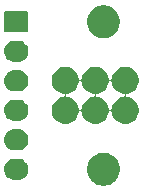
<source format=gbs>
G04 #@! TF.GenerationSoftware,KiCad,Pcbnew,(5.1.4)-1*
G04 #@! TF.CreationDate,2019-12-18T15:45:31+05:30*
G04 #@! TF.ProjectId,pogo connector pcb,706f676f-2063-46f6-9e6e-6563746f7220,rev?*
G04 #@! TF.SameCoordinates,Original*
G04 #@! TF.FileFunction,Soldermask,Bot*
G04 #@! TF.FilePolarity,Negative*
%FSLAX46Y46*%
G04 Gerber Fmt 4.6, Leading zero omitted, Abs format (unit mm)*
G04 Created by KiCad (PCBNEW (5.1.4)-1) date 2019-12-18 15:45:31*
%MOMM*%
%LPD*%
G04 APERTURE LIST*
%ADD10C,0.100000*%
G04 APERTURE END LIST*
D10*
G36*
X18168433Y-21934893D02*
G01*
X18258657Y-21952839D01*
X18364267Y-21996585D01*
X18513621Y-22058449D01*
X18513622Y-22058450D01*
X18743086Y-22211772D01*
X18938228Y-22406914D01*
X18976075Y-22463557D01*
X19091551Y-22636379D01*
X19197161Y-22891344D01*
X19251000Y-23162012D01*
X19251000Y-23437988D01*
X19197161Y-23708656D01*
X19091551Y-23963621D01*
X19091550Y-23963622D01*
X18938228Y-24193086D01*
X18743086Y-24388228D01*
X18589763Y-24490675D01*
X18513621Y-24541551D01*
X18364267Y-24603415D01*
X18258657Y-24647161D01*
X18168433Y-24665107D01*
X17987988Y-24701000D01*
X17712012Y-24701000D01*
X17531567Y-24665107D01*
X17441343Y-24647161D01*
X17335733Y-24603415D01*
X17186379Y-24541551D01*
X17110237Y-24490675D01*
X16956914Y-24388228D01*
X16761772Y-24193086D01*
X16608450Y-23963622D01*
X16608449Y-23963621D01*
X16502839Y-23708656D01*
X16449000Y-23437988D01*
X16449000Y-23162012D01*
X16502839Y-22891344D01*
X16608449Y-22636379D01*
X16723925Y-22463557D01*
X16761772Y-22406914D01*
X16956914Y-22211772D01*
X17186378Y-22058450D01*
X17186379Y-22058449D01*
X17335733Y-21996585D01*
X17441343Y-21952839D01*
X17531567Y-21934893D01*
X17712012Y-21899000D01*
X17987988Y-21899000D01*
X18168433Y-21934893D01*
X18168433Y-21934893D01*
G37*
G36*
X10685442Y-22405518D02*
G01*
X10751627Y-22412037D01*
X10921466Y-22463557D01*
X11077991Y-22547222D01*
X11113729Y-22576552D01*
X11215186Y-22659814D01*
X11298448Y-22761271D01*
X11327778Y-22797009D01*
X11327779Y-22797011D01*
X11378202Y-22891344D01*
X11411443Y-22953534D01*
X11462963Y-23123373D01*
X11480359Y-23300000D01*
X11462963Y-23476627D01*
X11411443Y-23646466D01*
X11411442Y-23646468D01*
X11378201Y-23708657D01*
X11327778Y-23802991D01*
X11298448Y-23838729D01*
X11215186Y-23940186D01*
X11113729Y-24023448D01*
X11077991Y-24052778D01*
X10921466Y-24136443D01*
X10751627Y-24187963D01*
X10699611Y-24193086D01*
X10619260Y-24201000D01*
X10280740Y-24201000D01*
X10200389Y-24193086D01*
X10148373Y-24187963D01*
X9978534Y-24136443D01*
X9822009Y-24052778D01*
X9786271Y-24023448D01*
X9684814Y-23940186D01*
X9601552Y-23838729D01*
X9572222Y-23802991D01*
X9521799Y-23708657D01*
X9488558Y-23646468D01*
X9488557Y-23646466D01*
X9437037Y-23476627D01*
X9419641Y-23300000D01*
X9437037Y-23123373D01*
X9488557Y-22953534D01*
X9521799Y-22891344D01*
X9572221Y-22797011D01*
X9572222Y-22797009D01*
X9601552Y-22761271D01*
X9684814Y-22659814D01*
X9786271Y-22576552D01*
X9822009Y-22547222D01*
X9978534Y-22463557D01*
X10148373Y-22412037D01*
X10214558Y-22405518D01*
X10280740Y-22399000D01*
X10619260Y-22399000D01*
X10685442Y-22405518D01*
X10685442Y-22405518D01*
G37*
G36*
X10685442Y-19905518D02*
G01*
X10751627Y-19912037D01*
X10921466Y-19963557D01*
X11077991Y-20047222D01*
X11113729Y-20076552D01*
X11215186Y-20159814D01*
X11298448Y-20261271D01*
X11327778Y-20297009D01*
X11411443Y-20453534D01*
X11462963Y-20623373D01*
X11480359Y-20800000D01*
X11462963Y-20976627D01*
X11411443Y-21146466D01*
X11327778Y-21302991D01*
X11298448Y-21338729D01*
X11215186Y-21440186D01*
X11113729Y-21523448D01*
X11077991Y-21552778D01*
X10921466Y-21636443D01*
X10751627Y-21687963D01*
X10685443Y-21694481D01*
X10619260Y-21701000D01*
X10280740Y-21701000D01*
X10214557Y-21694481D01*
X10148373Y-21687963D01*
X9978534Y-21636443D01*
X9822009Y-21552778D01*
X9786271Y-21523448D01*
X9684814Y-21440186D01*
X9601552Y-21338729D01*
X9572222Y-21302991D01*
X9488557Y-21146466D01*
X9437037Y-20976627D01*
X9419641Y-20800000D01*
X9437037Y-20623373D01*
X9488557Y-20453534D01*
X9572222Y-20297009D01*
X9601552Y-20261271D01*
X9684814Y-20159814D01*
X9786271Y-20076552D01*
X9822009Y-20047222D01*
X9978534Y-19963557D01*
X10148373Y-19912037D01*
X10214558Y-19905518D01*
X10280740Y-19899000D01*
X10619260Y-19899000D01*
X10685442Y-19905518D01*
X10685442Y-19905518D01*
G37*
G36*
X14824549Y-14631116D02*
G01*
X14935734Y-14653232D01*
X15145203Y-14739997D01*
X15333720Y-14865960D01*
X15494040Y-15026280D01*
X15583265Y-15159815D01*
X15620004Y-15214799D01*
X15706768Y-15424267D01*
X15747403Y-15628552D01*
X15754516Y-15652001D01*
X15766067Y-15673612D01*
X15781612Y-15692554D01*
X15800554Y-15708099D01*
X15822165Y-15719650D01*
X15845614Y-15726763D01*
X15870000Y-15729165D01*
X15894386Y-15726763D01*
X15917835Y-15719650D01*
X15939446Y-15708099D01*
X15958388Y-15692554D01*
X15973933Y-15673612D01*
X15985484Y-15652001D01*
X15992597Y-15628552D01*
X16033232Y-15424267D01*
X16119996Y-15214799D01*
X16156735Y-15159815D01*
X16245960Y-15026280D01*
X16406280Y-14865960D01*
X16594797Y-14739997D01*
X16804266Y-14653232D01*
X16915451Y-14631116D01*
X17026635Y-14609000D01*
X17253365Y-14609000D01*
X17364549Y-14631116D01*
X17475734Y-14653232D01*
X17685203Y-14739997D01*
X17873720Y-14865960D01*
X18034040Y-15026280D01*
X18123265Y-15159815D01*
X18160004Y-15214799D01*
X18246768Y-15424267D01*
X18287403Y-15628552D01*
X18294516Y-15652001D01*
X18306067Y-15673612D01*
X18321612Y-15692554D01*
X18340554Y-15708099D01*
X18362165Y-15719650D01*
X18385614Y-15726763D01*
X18410000Y-15729165D01*
X18434386Y-15726763D01*
X18457835Y-15719650D01*
X18479446Y-15708099D01*
X18498388Y-15692554D01*
X18513933Y-15673612D01*
X18525484Y-15652001D01*
X18532597Y-15628552D01*
X18573232Y-15424267D01*
X18659996Y-15214799D01*
X18696735Y-15159815D01*
X18785960Y-15026280D01*
X18946280Y-14865960D01*
X19134797Y-14739997D01*
X19344266Y-14653232D01*
X19455451Y-14631116D01*
X19566635Y-14609000D01*
X19793365Y-14609000D01*
X19904549Y-14631116D01*
X20015734Y-14653232D01*
X20225203Y-14739997D01*
X20413720Y-14865960D01*
X20574040Y-15026280D01*
X20700003Y-15214797D01*
X20786768Y-15424266D01*
X20831000Y-15646636D01*
X20831000Y-15873364D01*
X20786768Y-16095734D01*
X20700003Y-16305203D01*
X20574040Y-16493720D01*
X20413720Y-16654040D01*
X20225203Y-16780003D01*
X20015734Y-16866768D01*
X19888161Y-16892144D01*
X19811448Y-16907403D01*
X19787999Y-16914516D01*
X19766388Y-16926067D01*
X19747446Y-16941612D01*
X19731901Y-16960554D01*
X19720350Y-16982165D01*
X19713237Y-17005614D01*
X19710835Y-17030000D01*
X19713237Y-17054386D01*
X19720350Y-17077835D01*
X19731901Y-17099446D01*
X19747446Y-17118388D01*
X19766388Y-17133933D01*
X19787999Y-17145484D01*
X19811448Y-17152597D01*
X19888161Y-17167856D01*
X20015734Y-17193232D01*
X20225203Y-17279997D01*
X20413720Y-17405960D01*
X20574040Y-17566280D01*
X20700003Y-17754797D01*
X20786768Y-17964266D01*
X20831000Y-18186636D01*
X20831000Y-18413364D01*
X20786768Y-18635734D01*
X20700003Y-18845203D01*
X20574040Y-19033720D01*
X20413720Y-19194040D01*
X20225203Y-19320003D01*
X20015734Y-19406768D01*
X19904549Y-19428884D01*
X19793365Y-19451000D01*
X19566635Y-19451000D01*
X19455451Y-19428884D01*
X19344266Y-19406768D01*
X19134797Y-19320003D01*
X18946280Y-19194040D01*
X18785960Y-19033720D01*
X18659997Y-18845203D01*
X18573232Y-18635734D01*
X18532597Y-18431448D01*
X18525484Y-18407999D01*
X18513933Y-18386388D01*
X18498388Y-18367446D01*
X18479446Y-18351901D01*
X18457835Y-18340350D01*
X18434386Y-18333237D01*
X18410000Y-18330835D01*
X18385614Y-18333237D01*
X18362165Y-18340350D01*
X18340554Y-18351901D01*
X18321612Y-18367446D01*
X18306067Y-18386388D01*
X18294516Y-18407999D01*
X18287403Y-18431448D01*
X18246768Y-18635734D01*
X18160003Y-18845203D01*
X18034040Y-19033720D01*
X17873720Y-19194040D01*
X17685203Y-19320003D01*
X17475734Y-19406768D01*
X17364549Y-19428884D01*
X17253365Y-19451000D01*
X17026635Y-19451000D01*
X16915451Y-19428884D01*
X16804266Y-19406768D01*
X16594797Y-19320003D01*
X16406280Y-19194040D01*
X16245960Y-19033720D01*
X16119997Y-18845203D01*
X16033232Y-18635734D01*
X15992597Y-18431448D01*
X15985484Y-18407999D01*
X15973933Y-18386388D01*
X15958388Y-18367446D01*
X15939446Y-18351901D01*
X15917835Y-18340350D01*
X15894386Y-18333237D01*
X15870000Y-18330835D01*
X15845614Y-18333237D01*
X15822165Y-18340350D01*
X15800554Y-18351901D01*
X15781612Y-18367446D01*
X15766067Y-18386388D01*
X15754516Y-18407999D01*
X15747403Y-18431448D01*
X15706768Y-18635734D01*
X15620003Y-18845203D01*
X15494040Y-19033720D01*
X15333720Y-19194040D01*
X15145203Y-19320003D01*
X14935734Y-19406768D01*
X14824549Y-19428884D01*
X14713365Y-19451000D01*
X14486635Y-19451000D01*
X14375451Y-19428884D01*
X14264266Y-19406768D01*
X14054797Y-19320003D01*
X13866280Y-19194040D01*
X13705960Y-19033720D01*
X13579997Y-18845203D01*
X13493232Y-18635734D01*
X13449000Y-18413364D01*
X13449000Y-18186636D01*
X13493232Y-17964266D01*
X13579997Y-17754797D01*
X13705960Y-17566280D01*
X13866280Y-17405960D01*
X14054797Y-17279997D01*
X14264266Y-17193232D01*
X14391839Y-17167856D01*
X14468552Y-17152597D01*
X14492001Y-17145484D01*
X14513612Y-17133933D01*
X14532554Y-17118388D01*
X14548099Y-17099446D01*
X14559650Y-17077835D01*
X14566763Y-17054386D01*
X14569165Y-17030000D01*
X14630835Y-17030000D01*
X14633237Y-17054386D01*
X14640350Y-17077835D01*
X14651901Y-17099446D01*
X14667446Y-17118388D01*
X14686388Y-17133933D01*
X14707999Y-17145484D01*
X14731448Y-17152597D01*
X14808161Y-17167856D01*
X14935734Y-17193232D01*
X15145203Y-17279997D01*
X15333720Y-17405960D01*
X15494040Y-17566280D01*
X15620003Y-17754797D01*
X15702323Y-17953534D01*
X15706768Y-17964267D01*
X15747403Y-18168552D01*
X15754516Y-18192001D01*
X15766067Y-18213612D01*
X15781612Y-18232554D01*
X15800554Y-18248099D01*
X15822165Y-18259650D01*
X15845614Y-18266763D01*
X15870000Y-18269165D01*
X15894386Y-18266763D01*
X15917835Y-18259650D01*
X15939446Y-18248099D01*
X15958388Y-18232554D01*
X15973933Y-18213612D01*
X15985484Y-18192001D01*
X15992597Y-18168552D01*
X16033232Y-17964267D01*
X16037678Y-17953534D01*
X16119997Y-17754797D01*
X16245960Y-17566280D01*
X16406280Y-17405960D01*
X16594797Y-17279997D01*
X16804266Y-17193232D01*
X16931839Y-17167856D01*
X17008552Y-17152597D01*
X17032001Y-17145484D01*
X17053612Y-17133933D01*
X17072554Y-17118388D01*
X17088099Y-17099446D01*
X17099650Y-17077835D01*
X17106763Y-17054386D01*
X17109165Y-17030000D01*
X17170835Y-17030000D01*
X17173237Y-17054386D01*
X17180350Y-17077835D01*
X17191901Y-17099446D01*
X17207446Y-17118388D01*
X17226388Y-17133933D01*
X17247999Y-17145484D01*
X17271448Y-17152597D01*
X17348161Y-17167856D01*
X17475734Y-17193232D01*
X17685203Y-17279997D01*
X17873720Y-17405960D01*
X18034040Y-17566280D01*
X18160003Y-17754797D01*
X18242323Y-17953534D01*
X18246768Y-17964267D01*
X18287403Y-18168552D01*
X18294516Y-18192001D01*
X18306067Y-18213612D01*
X18321612Y-18232554D01*
X18340554Y-18248099D01*
X18362165Y-18259650D01*
X18385614Y-18266763D01*
X18410000Y-18269165D01*
X18434386Y-18266763D01*
X18457835Y-18259650D01*
X18479446Y-18248099D01*
X18498388Y-18232554D01*
X18513933Y-18213612D01*
X18525484Y-18192001D01*
X18532597Y-18168552D01*
X18573232Y-17964267D01*
X18577678Y-17953534D01*
X18659997Y-17754797D01*
X18785960Y-17566280D01*
X18946280Y-17405960D01*
X19134797Y-17279997D01*
X19344266Y-17193232D01*
X19471839Y-17167856D01*
X19548552Y-17152597D01*
X19572001Y-17145484D01*
X19593612Y-17133933D01*
X19612554Y-17118388D01*
X19628099Y-17099446D01*
X19639650Y-17077835D01*
X19646763Y-17054386D01*
X19649165Y-17030000D01*
X19646763Y-17005614D01*
X19639650Y-16982165D01*
X19628099Y-16960554D01*
X19612554Y-16941612D01*
X19593612Y-16926067D01*
X19572001Y-16914516D01*
X19548552Y-16907403D01*
X19471839Y-16892144D01*
X19344266Y-16866768D01*
X19134797Y-16780003D01*
X18946280Y-16654040D01*
X18785960Y-16493720D01*
X18659997Y-16305203D01*
X18573232Y-16095734D01*
X18532597Y-15891448D01*
X18525484Y-15867999D01*
X18513933Y-15846388D01*
X18498388Y-15827446D01*
X18479446Y-15811901D01*
X18457835Y-15800350D01*
X18434386Y-15793237D01*
X18410000Y-15790835D01*
X18385614Y-15793237D01*
X18362165Y-15800350D01*
X18340554Y-15811901D01*
X18321612Y-15827446D01*
X18306067Y-15846388D01*
X18294516Y-15867999D01*
X18287403Y-15891448D01*
X18246768Y-16095734D01*
X18160003Y-16305203D01*
X18034040Y-16493720D01*
X17873720Y-16654040D01*
X17685203Y-16780003D01*
X17475734Y-16866768D01*
X17348161Y-16892144D01*
X17271448Y-16907403D01*
X17247999Y-16914516D01*
X17226388Y-16926067D01*
X17207446Y-16941612D01*
X17191901Y-16960554D01*
X17180350Y-16982165D01*
X17173237Y-17005614D01*
X17170835Y-17030000D01*
X17109165Y-17030000D01*
X17106763Y-17005614D01*
X17099650Y-16982165D01*
X17088099Y-16960554D01*
X17072554Y-16941612D01*
X17053612Y-16926067D01*
X17032001Y-16914516D01*
X17008552Y-16907403D01*
X16931839Y-16892144D01*
X16804266Y-16866768D01*
X16594797Y-16780003D01*
X16406280Y-16654040D01*
X16245960Y-16493720D01*
X16119997Y-16305203D01*
X16033232Y-16095734D01*
X15992597Y-15891448D01*
X15985484Y-15867999D01*
X15973933Y-15846388D01*
X15958388Y-15827446D01*
X15939446Y-15811901D01*
X15917835Y-15800350D01*
X15894386Y-15793237D01*
X15870000Y-15790835D01*
X15845614Y-15793237D01*
X15822165Y-15800350D01*
X15800554Y-15811901D01*
X15781612Y-15827446D01*
X15766067Y-15846388D01*
X15754516Y-15867999D01*
X15747403Y-15891448D01*
X15706768Y-16095734D01*
X15620003Y-16305203D01*
X15494040Y-16493720D01*
X15333720Y-16654040D01*
X15145203Y-16780003D01*
X14935734Y-16866768D01*
X14808161Y-16892144D01*
X14731448Y-16907403D01*
X14707999Y-16914516D01*
X14686388Y-16926067D01*
X14667446Y-16941612D01*
X14651901Y-16960554D01*
X14640350Y-16982165D01*
X14633237Y-17005614D01*
X14630835Y-17030000D01*
X14569165Y-17030000D01*
X14566763Y-17005614D01*
X14559650Y-16982165D01*
X14548099Y-16960554D01*
X14532554Y-16941612D01*
X14513612Y-16926067D01*
X14492001Y-16914516D01*
X14468552Y-16907403D01*
X14391839Y-16892144D01*
X14264266Y-16866768D01*
X14054797Y-16780003D01*
X13866280Y-16654040D01*
X13705960Y-16493720D01*
X13579997Y-16305203D01*
X13493232Y-16095734D01*
X13449000Y-15873364D01*
X13449000Y-15646636D01*
X13493232Y-15424266D01*
X13579997Y-15214797D01*
X13705960Y-15026280D01*
X13866280Y-14865960D01*
X14054797Y-14739997D01*
X14264266Y-14653232D01*
X14375451Y-14631116D01*
X14486635Y-14609000D01*
X14713365Y-14609000D01*
X14824549Y-14631116D01*
X14824549Y-14631116D01*
G37*
G36*
X10685443Y-17405519D02*
G01*
X10751627Y-17412037D01*
X10921466Y-17463557D01*
X11077991Y-17547222D01*
X11101213Y-17566280D01*
X11215186Y-17659814D01*
X11293135Y-17754797D01*
X11327778Y-17797009D01*
X11411443Y-17953534D01*
X11462963Y-18123373D01*
X11480359Y-18300000D01*
X11462963Y-18476627D01*
X11411443Y-18646466D01*
X11327778Y-18802991D01*
X11298448Y-18838729D01*
X11215186Y-18940186D01*
X11113729Y-19023448D01*
X11077991Y-19052778D01*
X10921466Y-19136443D01*
X10751627Y-19187963D01*
X10689925Y-19194040D01*
X10619260Y-19201000D01*
X10280740Y-19201000D01*
X10210075Y-19194040D01*
X10148373Y-19187963D01*
X9978534Y-19136443D01*
X9822009Y-19052778D01*
X9786271Y-19023448D01*
X9684814Y-18940186D01*
X9601552Y-18838729D01*
X9572222Y-18802991D01*
X9488557Y-18646466D01*
X9437037Y-18476627D01*
X9419641Y-18300000D01*
X9437037Y-18123373D01*
X9488557Y-17953534D01*
X9572222Y-17797009D01*
X9606865Y-17754797D01*
X9684814Y-17659814D01*
X9798787Y-17566280D01*
X9822009Y-17547222D01*
X9978534Y-17463557D01*
X10148373Y-17412037D01*
X10214557Y-17405519D01*
X10280740Y-17399000D01*
X10619260Y-17399000D01*
X10685443Y-17405519D01*
X10685443Y-17405519D01*
G37*
G36*
X10685443Y-14905519D02*
G01*
X10751627Y-14912037D01*
X10921466Y-14963557D01*
X11077991Y-15047222D01*
X11113729Y-15076552D01*
X11215186Y-15159814D01*
X11260310Y-15214799D01*
X11327778Y-15297009D01*
X11411443Y-15453534D01*
X11462963Y-15623373D01*
X11480359Y-15800000D01*
X11462963Y-15976627D01*
X11411443Y-16146466D01*
X11327778Y-16302991D01*
X11298448Y-16338729D01*
X11215186Y-16440186D01*
X11113729Y-16523448D01*
X11077991Y-16552778D01*
X10921466Y-16636443D01*
X10751627Y-16687963D01*
X10685442Y-16694482D01*
X10619260Y-16701000D01*
X10280740Y-16701000D01*
X10214558Y-16694482D01*
X10148373Y-16687963D01*
X9978534Y-16636443D01*
X9822009Y-16552778D01*
X9786271Y-16523448D01*
X9684814Y-16440186D01*
X9601552Y-16338729D01*
X9572222Y-16302991D01*
X9488557Y-16146466D01*
X9437037Y-15976627D01*
X9419641Y-15800000D01*
X9437037Y-15623373D01*
X9488557Y-15453534D01*
X9572222Y-15297009D01*
X9639690Y-15214799D01*
X9684814Y-15159814D01*
X9786271Y-15076552D01*
X9822009Y-15047222D01*
X9978534Y-14963557D01*
X10148373Y-14912037D01*
X10214557Y-14905519D01*
X10280740Y-14899000D01*
X10619260Y-14899000D01*
X10685443Y-14905519D01*
X10685443Y-14905519D01*
G37*
G36*
X10685443Y-12405519D02*
G01*
X10751627Y-12412037D01*
X10921466Y-12463557D01*
X11077991Y-12547222D01*
X11113729Y-12576552D01*
X11215186Y-12659814D01*
X11298448Y-12761271D01*
X11327778Y-12797009D01*
X11411443Y-12953534D01*
X11462963Y-13123373D01*
X11480359Y-13300000D01*
X11462963Y-13476627D01*
X11411443Y-13646466D01*
X11327778Y-13802991D01*
X11298448Y-13838729D01*
X11215186Y-13940186D01*
X11113729Y-14023448D01*
X11077991Y-14052778D01*
X10921466Y-14136443D01*
X10751627Y-14187963D01*
X10685442Y-14194482D01*
X10619260Y-14201000D01*
X10280740Y-14201000D01*
X10214558Y-14194482D01*
X10148373Y-14187963D01*
X9978534Y-14136443D01*
X9822009Y-14052778D01*
X9786271Y-14023448D01*
X9684814Y-13940186D01*
X9601552Y-13838729D01*
X9572222Y-13802991D01*
X9488557Y-13646466D01*
X9437037Y-13476627D01*
X9419641Y-13300000D01*
X9437037Y-13123373D01*
X9488557Y-12953534D01*
X9572222Y-12797009D01*
X9601552Y-12761271D01*
X9684814Y-12659814D01*
X9786271Y-12576552D01*
X9822009Y-12547222D01*
X9978534Y-12463557D01*
X10148373Y-12412037D01*
X10214558Y-12405518D01*
X10280740Y-12399000D01*
X10619260Y-12399000D01*
X10685443Y-12405519D01*
X10685443Y-12405519D01*
G37*
G36*
X18168433Y-9434893D02*
G01*
X18258657Y-9452839D01*
X18364267Y-9496585D01*
X18513621Y-9558449D01*
X18513622Y-9558450D01*
X18743086Y-9711772D01*
X18938228Y-9906914D01*
X19028088Y-10041400D01*
X19091551Y-10136379D01*
X19197161Y-10391344D01*
X19251000Y-10662012D01*
X19251000Y-10937988D01*
X19197161Y-11208656D01*
X19091551Y-11463621D01*
X19055151Y-11518097D01*
X18938228Y-11693086D01*
X18743086Y-11888228D01*
X18589763Y-11990675D01*
X18513621Y-12041551D01*
X18364267Y-12103415D01*
X18258657Y-12147161D01*
X18168433Y-12165107D01*
X17987988Y-12201000D01*
X17712012Y-12201000D01*
X17531567Y-12165107D01*
X17441343Y-12147161D01*
X17335733Y-12103415D01*
X17186379Y-12041551D01*
X17110237Y-11990675D01*
X16956914Y-11888228D01*
X16761772Y-11693086D01*
X16644849Y-11518097D01*
X16608449Y-11463621D01*
X16502839Y-11208656D01*
X16449000Y-10937988D01*
X16449000Y-10662012D01*
X16502839Y-10391344D01*
X16608449Y-10136379D01*
X16671912Y-10041400D01*
X16761772Y-9906914D01*
X16956914Y-9711772D01*
X17186378Y-9558450D01*
X17186379Y-9558449D01*
X17335733Y-9496585D01*
X17441343Y-9452839D01*
X17531567Y-9434893D01*
X17712012Y-9399000D01*
X17987988Y-9399000D01*
X18168433Y-9434893D01*
X18168433Y-9434893D01*
G37*
G36*
X11333600Y-9902989D02*
G01*
X11366652Y-9913015D01*
X11397103Y-9929292D01*
X11423799Y-9951201D01*
X11445708Y-9977897D01*
X11461985Y-10008348D01*
X11472011Y-10041400D01*
X11476000Y-10081903D01*
X11476000Y-11518097D01*
X11472011Y-11558600D01*
X11461985Y-11591652D01*
X11445708Y-11622103D01*
X11423799Y-11648799D01*
X11397103Y-11670708D01*
X11366652Y-11686985D01*
X11333600Y-11697011D01*
X11293097Y-11701000D01*
X9606903Y-11701000D01*
X9566400Y-11697011D01*
X9533348Y-11686985D01*
X9502897Y-11670708D01*
X9476201Y-11648799D01*
X9454292Y-11622103D01*
X9438015Y-11591652D01*
X9427989Y-11558600D01*
X9424000Y-11518097D01*
X9424000Y-10081903D01*
X9427989Y-10041400D01*
X9438015Y-10008348D01*
X9454292Y-9977897D01*
X9476201Y-9951201D01*
X9502897Y-9929292D01*
X9533348Y-9913015D01*
X9566400Y-9902989D01*
X9606903Y-9899000D01*
X11293097Y-9899000D01*
X11333600Y-9902989D01*
X11333600Y-9902989D01*
G37*
M02*

</source>
